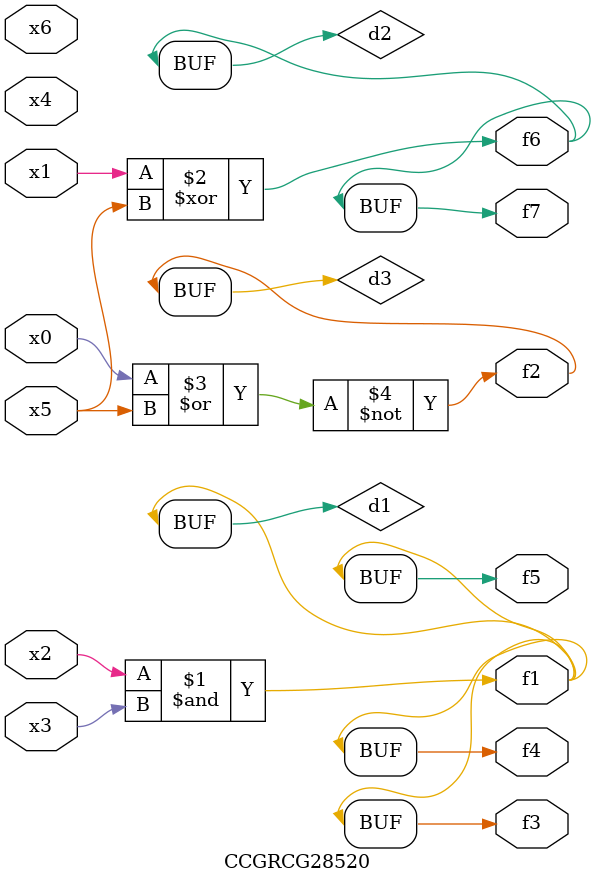
<source format=v>
module CCGRCG28520(
	input x0, x1, x2, x3, x4, x5, x6,
	output f1, f2, f3, f4, f5, f6, f7
);

	wire d1, d2, d3;

	and (d1, x2, x3);
	xor (d2, x1, x5);
	nor (d3, x0, x5);
	assign f1 = d1;
	assign f2 = d3;
	assign f3 = d1;
	assign f4 = d1;
	assign f5 = d1;
	assign f6 = d2;
	assign f7 = d2;
endmodule

</source>
